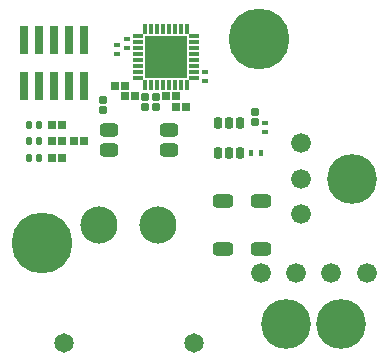
<source format=gts>
G04*
G04 #@! TF.GenerationSoftware,Altium Limited,Altium Designer,22.0.2 (36)*
G04*
G04 Layer_Color=8388736*
%FSLAX25Y25*%
%MOIN*%
G70*
G04*
G04 #@! TF.SameCoordinates,CF928A09-1532-4027-B1E1-A307E99A3D78*
G04*
G04*
G04 #@! TF.FilePolarity,Negative*
G04*
G01*
G75*
G04:AMPARAMS|DCode=22|XSize=29.13mil|YSize=94.49mil|CornerRadius=7.28mil|HoleSize=0mil|Usage=FLASHONLY|Rotation=180.000|XOffset=0mil|YOffset=0mil|HoleType=Round|Shape=RoundedRectangle|*
%AMROUNDEDRECTD22*
21,1,0.02913,0.07992,0,0,180.0*
21,1,0.01457,0.09449,0,0,180.0*
1,1,0.01457,-0.00728,0.03996*
1,1,0.01457,0.00728,0.03996*
1,1,0.01457,0.00728,-0.03996*
1,1,0.01457,-0.00728,-0.03996*
%
%ADD22ROUNDEDRECTD22*%
G04:AMPARAMS|DCode=23|XSize=19.68mil|YSize=23.62mil|CornerRadius=4.92mil|HoleSize=0mil|Usage=FLASHONLY|Rotation=0.000|XOffset=0mil|YOffset=0mil|HoleType=Round|Shape=RoundedRectangle|*
%AMROUNDEDRECTD23*
21,1,0.01968,0.01378,0,0,0.0*
21,1,0.00984,0.02362,0,0,0.0*
1,1,0.00984,0.00492,-0.00689*
1,1,0.00984,-0.00492,-0.00689*
1,1,0.00984,-0.00492,0.00689*
1,1,0.00984,0.00492,0.00689*
%
%ADD23ROUNDEDRECTD23*%
G04:AMPARAMS|DCode=25|XSize=15.75mil|YSize=19.68mil|CornerRadius=3.94mil|HoleSize=0mil|Usage=FLASHONLY|Rotation=270.000|XOffset=0mil|YOffset=0mil|HoleType=Round|Shape=RoundedRectangle|*
%AMROUNDEDRECTD25*
21,1,0.01575,0.01181,0,0,270.0*
21,1,0.00787,0.01968,0,0,270.0*
1,1,0.00787,-0.00591,-0.00394*
1,1,0.00787,-0.00591,0.00394*
1,1,0.00787,0.00591,0.00394*
1,1,0.00787,0.00591,-0.00394*
%
%ADD25ROUNDEDRECTD25*%
G04:AMPARAMS|DCode=26|XSize=15.75mil|YSize=19.68mil|CornerRadius=3.94mil|HoleSize=0mil|Usage=FLASHONLY|Rotation=0.000|XOffset=0mil|YOffset=0mil|HoleType=Round|Shape=RoundedRectangle|*
%AMROUNDEDRECTD26*
21,1,0.01575,0.01181,0,0,0.0*
21,1,0.00787,0.01968,0,0,0.0*
1,1,0.00787,0.00394,-0.00591*
1,1,0.00787,-0.00394,-0.00591*
1,1,0.00787,-0.00394,0.00591*
1,1,0.00787,0.00394,0.00591*
%
%ADD26ROUNDEDRECTD26*%
G04:AMPARAMS|DCode=27|XSize=27.56mil|YSize=37.4mil|CornerRadius=8.37mil|HoleSize=0mil|Usage=FLASHONLY|Rotation=180.000|XOffset=0mil|YOffset=0mil|HoleType=Round|Shape=RoundedRectangle|*
%AMROUNDEDRECTD27*
21,1,0.02756,0.02067,0,0,180.0*
21,1,0.01083,0.03740,0,0,180.0*
1,1,0.01673,-0.00541,0.01034*
1,1,0.01673,0.00541,0.01034*
1,1,0.01673,0.00541,-0.01034*
1,1,0.01673,-0.00541,-0.01034*
%
%ADD27ROUNDEDRECTD27*%
%ADD28O,0.01575X0.03543*%
%ADD29O,0.03543X0.01575*%
%ADD30R,0.13976X0.13976*%
G04:AMPARAMS|DCode=31|XSize=45.28mil|YSize=62.99mil|CornerRadius=12.8mil|HoleSize=0mil|Usage=FLASHONLY|Rotation=270.000|XOffset=0mil|YOffset=0mil|HoleType=Round|Shape=RoundedRectangle|*
%AMROUNDEDRECTD31*
21,1,0.04528,0.03740,0,0,270.0*
21,1,0.01968,0.06299,0,0,270.0*
1,1,0.02559,-0.01870,-0.00984*
1,1,0.02559,-0.01870,0.00984*
1,1,0.02559,0.01870,0.00984*
1,1,0.02559,0.01870,-0.00984*
%
%ADD31ROUNDEDRECTD31*%
G04:AMPARAMS|DCode=32|XSize=27.56mil|YSize=29.53mil|CornerRadius=8.37mil|HoleSize=0mil|Usage=FLASHONLY|Rotation=90.000|XOffset=0mil|YOffset=0mil|HoleType=Round|Shape=RoundedRectangle|*
%AMROUNDEDRECTD32*
21,1,0.02756,0.01280,0,0,90.0*
21,1,0.01083,0.02953,0,0,90.0*
1,1,0.01673,0.00640,0.00541*
1,1,0.01673,0.00640,-0.00541*
1,1,0.01673,-0.00640,-0.00541*
1,1,0.01673,-0.00640,0.00541*
%
%ADD32ROUNDEDRECTD32*%
G04:AMPARAMS|DCode=33|XSize=27.56mil|YSize=29.53mil|CornerRadius=8.37mil|HoleSize=0mil|Usage=FLASHONLY|Rotation=180.000|XOffset=0mil|YOffset=0mil|HoleType=Round|Shape=RoundedRectangle|*
%AMROUNDEDRECTD33*
21,1,0.02756,0.01280,0,0,180.0*
21,1,0.01083,0.02953,0,0,180.0*
1,1,0.01673,-0.00541,0.00640*
1,1,0.01673,0.00541,0.00640*
1,1,0.01673,0.00541,-0.00640*
1,1,0.01673,-0.00541,-0.00640*
%
%ADD33ROUNDEDRECTD33*%
G04:AMPARAMS|DCode=34|XSize=68.9mil|YSize=45.28mil|CornerRadius=12.8mil|HoleSize=0mil|Usage=FLASHONLY|Rotation=0.000|XOffset=0mil|YOffset=0mil|HoleType=Round|Shape=RoundedRectangle|*
%AMROUNDEDRECTD34*
21,1,0.06890,0.01968,0,0,0.0*
21,1,0.04331,0.04528,0,0,0.0*
1,1,0.02559,0.02165,-0.00984*
1,1,0.02559,-0.02165,-0.00984*
1,1,0.02559,-0.02165,0.00984*
1,1,0.02559,0.02165,0.00984*
%
%ADD34ROUNDEDRECTD34*%
%ADD35C,0.12402*%
%ADD36C,0.06496*%
%ADD37C,0.16591*%
%ADD38C,0.06591*%
%ADD39C,0.20276*%
%ADD40C,0.02559*%
D22*
X6500Y-28177D02*
D03*
X11500D02*
D03*
X16500D02*
D03*
X21500D02*
D03*
X26500D02*
D03*
X6500Y-12823D02*
D03*
X11500D02*
D03*
X16500D02*
D03*
X21500D02*
D03*
X26500D02*
D03*
D23*
X11772Y-52000D02*
D03*
X8228D02*
D03*
X11772Y-46500D02*
D03*
X8228D02*
D03*
X11772Y-41000D02*
D03*
X8228D02*
D03*
D25*
X87000Y-40425D02*
D03*
Y-43575D02*
D03*
X67000Y-26575D02*
D03*
Y-23425D02*
D03*
X41000Y-12425D02*
D03*
Y-15575D02*
D03*
X37500Y-14425D02*
D03*
Y-17575D02*
D03*
D26*
X82425Y-50500D02*
D03*
X85575D02*
D03*
D27*
X71260Y-50421D02*
D03*
X75000D02*
D03*
X78740D02*
D03*
Y-40579D02*
D03*
X75000D02*
D03*
X71260D02*
D03*
D28*
X47110Y-27752D02*
D03*
X49079D02*
D03*
X51047D02*
D03*
X53016D02*
D03*
X54984D02*
D03*
X56953D02*
D03*
X58921D02*
D03*
X60890D02*
D03*
Y-9248D02*
D03*
X58921D02*
D03*
X56953D02*
D03*
X54984D02*
D03*
X53016D02*
D03*
X51047D02*
D03*
X49079D02*
D03*
X47110D02*
D03*
D29*
X63252Y-25390D02*
D03*
Y-23421D02*
D03*
Y-21453D02*
D03*
Y-19484D02*
D03*
Y-17516D02*
D03*
Y-15547D02*
D03*
Y-13579D02*
D03*
Y-11610D02*
D03*
X44748D02*
D03*
Y-13579D02*
D03*
Y-15547D02*
D03*
Y-17516D02*
D03*
Y-19484D02*
D03*
Y-21453D02*
D03*
Y-23421D02*
D03*
Y-25390D02*
D03*
D30*
X54000Y-18500D02*
D03*
D31*
X55138Y-42654D02*
D03*
Y-49347D02*
D03*
X34862Y-42654D02*
D03*
Y-49347D02*
D03*
D32*
X19173Y-52000D02*
D03*
X15827D02*
D03*
X19173Y-46500D02*
D03*
X15827D02*
D03*
X26673D02*
D03*
X23327D02*
D03*
X57173Y-31500D02*
D03*
X53827D02*
D03*
X60673Y-35000D02*
D03*
X57327D02*
D03*
X15827Y-41000D02*
D03*
X19173D02*
D03*
X40327Y-31500D02*
D03*
X43673D02*
D03*
X36827Y-28000D02*
D03*
X40173D02*
D03*
D33*
X83500Y-36827D02*
D03*
Y-40173D02*
D03*
X50500Y-31827D02*
D03*
Y-35173D02*
D03*
X47000Y-31827D02*
D03*
Y-35173D02*
D03*
X33000Y-32827D02*
D03*
Y-36173D02*
D03*
D34*
X73000Y-82472D02*
D03*
Y-66528D02*
D03*
X85500Y-82472D02*
D03*
Y-66528D02*
D03*
D35*
X31657Y-74315D02*
D03*
X51342D02*
D03*
D36*
X63153Y-113685D02*
D03*
X19847D02*
D03*
D37*
X116000Y-59000D02*
D03*
X93950Y-107500D02*
D03*
X112450D02*
D03*
D38*
X99000Y-70800D02*
D03*
Y-59000D02*
D03*
Y-47200D02*
D03*
X85500Y-90500D02*
D03*
X97300D02*
D03*
X109100D02*
D03*
X120900D02*
D03*
D39*
X85000Y-12500D02*
D03*
X12500Y-80500D02*
D03*
D40*
X49669Y-22831D02*
D03*
Y-18500D02*
D03*
Y-14169D02*
D03*
X54000Y-22831D02*
D03*
Y-18500D02*
D03*
Y-14169D02*
D03*
X58331Y-22831D02*
D03*
Y-18500D02*
D03*
Y-14169D02*
D03*
M02*

</source>
